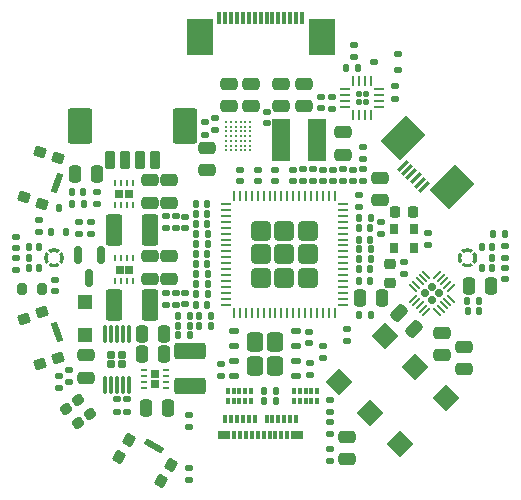
<source format=gbr>
%TF.GenerationSoftware,KiCad,Pcbnew,8.0.1*%
%TF.CreationDate,2024-05-06T13:43:09-07:00*%
%TF.ProjectId,girlvoice,6769726c-766f-4696-9365-2e6b69636164,rev?*%
%TF.SameCoordinates,Original*%
%TF.FileFunction,Paste,Top*%
%TF.FilePolarity,Positive*%
%FSLAX46Y46*%
G04 Gerber Fmt 4.6, Leading zero omitted, Abs format (unit mm)*
G04 Created by KiCad (PCBNEW 8.0.1) date 2024-05-06 13:43:09*
%MOMM*%
%LPD*%
G01*
G04 APERTURE LIST*
G04 Aperture macros list*
%AMRoundRect*
0 Rectangle with rounded corners*
0 $1 Rounding radius*
0 $2 $3 $4 $5 $6 $7 $8 $9 X,Y pos of 4 corners*
0 Add a 4 corners polygon primitive as box body*
4,1,4,$2,$3,$4,$5,$6,$7,$8,$9,$2,$3,0*
0 Add four circle primitives for the rounded corners*
1,1,$1+$1,$2,$3*
1,1,$1+$1,$4,$5*
1,1,$1+$1,$6,$7*
1,1,$1+$1,$8,$9*
0 Add four rect primitives between the rounded corners*
20,1,$1+$1,$2,$3,$4,$5,0*
20,1,$1+$1,$4,$5,$6,$7,0*
20,1,$1+$1,$6,$7,$8,$9,0*
20,1,$1+$1,$8,$9,$2,$3,0*%
%AMRotRect*
0 Rectangle, with rotation*
0 The origin of the aperture is its center*
0 $1 length*
0 $2 width*
0 $3 Rotation angle, in degrees counterclockwise*
0 Add horizontal line*
21,1,$1,$2,0,0,$3*%
G04 Aperture macros list end*
%ADD10C,0.000000*%
%ADD11RoundRect,0.250001X-0.462499X-1.074999X0.462499X-1.074999X0.462499X1.074999X-0.462499X1.074999X0*%
%ADD12RoundRect,0.135000X-0.185000X0.135000X-0.185000X-0.135000X0.185000X-0.135000X0.185000X0.135000X0*%
%ADD13RoundRect,0.250000X0.250000X0.475000X-0.250000X0.475000X-0.250000X-0.475000X0.250000X-0.475000X0*%
%ADD14RoundRect,0.200000X0.200000X0.600000X-0.200000X0.600000X-0.200000X-0.600000X0.200000X-0.600000X0*%
%ADD15RoundRect,0.250001X0.799999X1.249999X-0.799999X1.249999X-0.799999X-1.249999X0.799999X-1.249999X0*%
%ADD16RoundRect,0.135000X0.135000X0.185000X-0.135000X0.185000X-0.135000X-0.185000X0.135000X-0.185000X0*%
%ADD17RoundRect,0.250000X0.512652X0.159099X0.159099X0.512652X-0.512652X-0.159099X-0.159099X-0.512652X0*%
%ADD18RoundRect,0.250000X0.475000X-0.250000X0.475000X0.250000X-0.475000X0.250000X-0.475000X-0.250000X0*%
%ADD19RoundRect,0.140000X-0.170000X0.140000X-0.170000X-0.140000X0.170000X-0.140000X0.170000X0.140000X0*%
%ADD20RoundRect,0.135000X0.185000X-0.135000X0.185000X0.135000X-0.185000X0.135000X-0.185000X-0.135000X0*%
%ADD21RoundRect,0.140000X0.170000X-0.140000X0.170000X0.140000X-0.170000X0.140000X-0.170000X-0.140000X0*%
%ADD22RoundRect,0.218750X0.218750X0.256250X-0.218750X0.256250X-0.218750X-0.256250X0.218750X-0.256250X0*%
%ADD23RoundRect,0.135000X-0.450724X0.171166X-0.235251X-0.420841X0.450724X-0.171166X0.235251X0.420841X0*%
%ADD24RoundRect,0.082500X-0.443391X0.655375X0.081610X-0.787053X0.443391X-0.655375X-0.081610X0.787053X0*%
%ADD25RoundRect,0.200000X-0.200000X-0.275000X0.200000X-0.275000X0.200000X0.275000X-0.200000X0.275000X0*%
%ADD26RoundRect,0.075000X-0.075000X-0.200000X0.075000X-0.200000X0.075000X0.200000X-0.075000X0.200000X0*%
%ADD27R,1.200000X1.200000*%
%ADD28RoundRect,0.135000X-0.135000X-0.185000X0.135000X-0.185000X0.135000X0.185000X-0.135000X0.185000X0*%
%ADD29RoundRect,0.130500X-0.130500X0.169500X-0.130500X-0.169500X0.130500X-0.169500X0.130500X0.169500X0*%
%ADD30RoundRect,0.140000X0.140000X0.170000X-0.140000X0.170000X-0.140000X-0.170000X0.140000X-0.170000X0*%
%ADD31RoundRect,0.218750X0.336909X-0.002858X0.055689X0.332287X-0.336909X0.002858X-0.055689X-0.332287X0*%
%ADD32RoundRect,0.112500X-0.112500X-0.237500X0.112500X-0.237500X0.112500X0.237500X-0.112500X0.237500X0*%
%ADD33RoundRect,0.140000X-0.140000X-0.170000X0.140000X-0.170000X0.140000X0.170000X-0.140000X0.170000X0*%
%ADD34RoundRect,0.250000X-0.475000X0.250000X-0.475000X-0.250000X0.475000X-0.250000X0.475000X0.250000X0*%
%ADD35R,0.650000X0.750000*%
%ADD36RoundRect,0.062500X0.062500X-0.187500X0.062500X0.187500X-0.062500X0.187500X-0.062500X-0.187500X0*%
%ADD37C,0.275000*%
%ADD38O,0.165000X0.275000*%
%ADD39O,0.275000X0.165000*%
%ADD40RoundRect,0.250000X0.435000X0.555000X-0.435000X0.555000X-0.435000X-0.555000X0.435000X-0.555000X0*%
%ADD41RoundRect,0.125000X0.262500X0.125000X-0.262500X0.125000X-0.262500X-0.125000X0.262500X-0.125000X0*%
%ADD42RoundRect,0.157500X0.222500X-0.157500X0.222500X0.157500X-0.222500X0.157500X-0.222500X-0.157500X0*%
%ADD43RoundRect,0.075000X0.075000X-0.650000X0.075000X0.650000X-0.075000X0.650000X-0.075000X-0.650000X0*%
%ADD44RoundRect,0.130500X0.130500X-0.169500X0.130500X0.169500X-0.130500X0.169500X-0.130500X-0.169500X0*%
%ADD45RoundRect,0.250000X-0.250000X-0.475000X0.250000X-0.475000X0.250000X0.475000X-0.250000X0.475000X0*%
%ADD46RoundRect,0.135000X-0.235251X0.420841X-0.450724X-0.171166X0.235251X-0.420841X0.450724X0.171166X0*%
%ADD47RoundRect,0.082500X0.081610X0.787053X-0.443391X-0.655375X-0.081610X-0.787053X0.443391X0.655375X0*%
%ADD48RotRect,0.300000X1.100000X135.000000*%
%ADD49RotRect,2.300000X3.100000X135.000000*%
%ADD50RoundRect,0.135000X-0.455298X-0.158599X0.090298X-0.473599X0.455298X0.158599X-0.090298X0.473599X0*%
%ADD51RoundRect,0.082500X-0.760924X0.217040X0.568424X-0.550460X0.760924X-0.217040X-0.568424X0.550460X0*%
%ADD52R,0.300000X1.100000*%
%ADD53R,2.300000X3.100000*%
%ADD54R,0.650000X0.850000*%
%ADD55RotRect,1.600000X1.600000X225.000000*%
%ADD56RoundRect,0.112500X0.237500X-0.112500X0.237500X0.112500X-0.237500X0.112500X-0.237500X-0.112500X0*%
%ADD57R,1.500000X3.600000*%
%ADD58R,0.300000X0.700000*%
%ADD59R,1.000000X0.700000*%
%ADD60RoundRect,0.250001X0.554999X0.554999X-0.554999X0.554999X-0.554999X-0.554999X0.554999X-0.554999X0*%
%ADD61RoundRect,0.062500X0.375000X0.062500X-0.375000X0.062500X-0.375000X-0.062500X0.375000X-0.062500X0*%
%ADD62RoundRect,0.062500X0.062500X0.375000X-0.062500X0.375000X-0.062500X-0.375000X0.062500X-0.375000X0*%
%ADD63RoundRect,0.218750X-0.256250X0.218750X-0.256250X-0.218750X0.256250X-0.218750X0.256250X0.218750X0*%
%ADD64R,0.750000X0.650000*%
%ADD65RoundRect,0.062500X0.187500X0.062500X-0.187500X0.062500X-0.187500X-0.062500X0.187500X-0.062500X0*%
%ADD66RoundRect,0.167500X0.000000X-0.236881X0.236881X0.000000X0.000000X0.236881X-0.236881X0.000000X0*%
%ADD67RoundRect,0.050000X-0.229810X-0.300520X0.300520X0.229810X0.229810X0.300520X-0.300520X-0.229810X0*%
%ADD68RoundRect,0.050000X0.229810X-0.300520X0.300520X-0.229810X-0.229810X0.300520X-0.300520X0.229810X0*%
%ADD69RoundRect,0.150000X-0.150000X0.587500X-0.150000X-0.587500X0.150000X-0.587500X0.150000X0.587500X0*%
%ADD70RoundRect,0.250001X1.074999X-0.462499X1.074999X0.462499X-1.074999X0.462499X-1.074999X-0.462499X0*%
%ADD71RoundRect,0.125000X-0.125000X0.125000X-0.125000X-0.125000X0.125000X-0.125000X0.125000X0.125000X0*%
%ADD72RoundRect,0.062500X-0.062500X0.350000X-0.062500X-0.350000X0.062500X-0.350000X0.062500X0.350000X0*%
%ADD73RoundRect,0.062500X-0.350000X0.062500X-0.350000X-0.062500X0.350000X-0.062500X0.350000X0.062500X0*%
G04 APERTURE END LIST*
D10*
%TO.C,MK2*%
G36*
X117073900Y-99715300D02*
G01*
X117032200Y-99790700D01*
X117003700Y-99872000D01*
X116989300Y-99956900D01*
X116989300Y-100043100D01*
X117003700Y-100128000D01*
X117032200Y-100209300D01*
X117073900Y-100284700D01*
X116859100Y-100499400D01*
X116776700Y-100370000D01*
X116720000Y-100227400D01*
X116691100Y-100076700D01*
X116691100Y-99923300D01*
X116720000Y-99772600D01*
X116776700Y-99630000D01*
X116859100Y-99500600D01*
X117073900Y-99715300D01*
G37*
G36*
X117727400Y-99220000D02*
G01*
X117870000Y-99276700D01*
X117999400Y-99359100D01*
X117784700Y-99573900D01*
X117709300Y-99532200D01*
X117628000Y-99503700D01*
X117543100Y-99489300D01*
X117456900Y-99489300D01*
X117372000Y-99503700D01*
X117290700Y-99532200D01*
X117215300Y-99573900D01*
X117000600Y-99359100D01*
X117130000Y-99276700D01*
X117272600Y-99220000D01*
X117423300Y-99191100D01*
X117576700Y-99191100D01*
X117727400Y-99220000D01*
G37*
G36*
X117999400Y-100640900D02*
G01*
X117870000Y-100723300D01*
X117727400Y-100780000D01*
X117576700Y-100808900D01*
X117423300Y-100808900D01*
X117272600Y-100780000D01*
X117130000Y-100723300D01*
X117000600Y-100640900D01*
X117215300Y-100426100D01*
X117290700Y-100467800D01*
X117372000Y-100496300D01*
X117456900Y-100510700D01*
X117543100Y-100510700D01*
X117628000Y-100496300D01*
X117709300Y-100467800D01*
X117784700Y-100426100D01*
X117999400Y-100640900D01*
G37*
G36*
X118223300Y-99630000D02*
G01*
X118280000Y-99772600D01*
X118308900Y-99923300D01*
X118308900Y-100076700D01*
X118280000Y-100227400D01*
X118223300Y-100370000D01*
X118140900Y-100499400D01*
X117926100Y-100284700D01*
X117967800Y-100209300D01*
X117996300Y-100128000D01*
X118010700Y-100043100D01*
X118010700Y-99956900D01*
X117996300Y-99872000D01*
X117967800Y-99790700D01*
X117926100Y-99715300D01*
X118140900Y-99500600D01*
X118223300Y-99630000D01*
G37*
%TO.C,MK1*%
G36*
X82073900Y-99715300D02*
G01*
X82032200Y-99790700D01*
X82003700Y-99872000D01*
X81989300Y-99956900D01*
X81989300Y-100043100D01*
X82003700Y-100128000D01*
X82032200Y-100209300D01*
X82073900Y-100284700D01*
X81859100Y-100499400D01*
X81776700Y-100370000D01*
X81720000Y-100227400D01*
X81691100Y-100076700D01*
X81691100Y-99923300D01*
X81720000Y-99772600D01*
X81776700Y-99630000D01*
X81859100Y-99500600D01*
X82073900Y-99715300D01*
G37*
G36*
X82727400Y-99220000D02*
G01*
X82870000Y-99276700D01*
X82999400Y-99359100D01*
X82784700Y-99573900D01*
X82709300Y-99532200D01*
X82628000Y-99503700D01*
X82543100Y-99489300D01*
X82456900Y-99489300D01*
X82372000Y-99503700D01*
X82290700Y-99532200D01*
X82215300Y-99573900D01*
X82000600Y-99359100D01*
X82130000Y-99276700D01*
X82272600Y-99220000D01*
X82423300Y-99191100D01*
X82576700Y-99191100D01*
X82727400Y-99220000D01*
G37*
G36*
X82999400Y-100640900D02*
G01*
X82870000Y-100723300D01*
X82727400Y-100780000D01*
X82576700Y-100808900D01*
X82423300Y-100808900D01*
X82272600Y-100780000D01*
X82130000Y-100723300D01*
X82000600Y-100640900D01*
X82215300Y-100426100D01*
X82290700Y-100467800D01*
X82372000Y-100496300D01*
X82456900Y-100510700D01*
X82543100Y-100510700D01*
X82628000Y-100496300D01*
X82709300Y-100467800D01*
X82784700Y-100426100D01*
X82999400Y-100640900D01*
G37*
G36*
X83223300Y-99630000D02*
G01*
X83280000Y-99772600D01*
X83308900Y-99923300D01*
X83308900Y-100076700D01*
X83280000Y-100227400D01*
X83223300Y-100370000D01*
X83140900Y-100499400D01*
X82926100Y-100284700D01*
X82967800Y-100209300D01*
X82996300Y-100128000D01*
X83010700Y-100043100D01*
X83010700Y-99956900D01*
X82996300Y-99872000D01*
X82967800Y-99790700D01*
X82926100Y-99715300D01*
X83140900Y-99500600D01*
X83223300Y-99630000D01*
G37*
%TD*%
D11*
%TO.C,L2*%
X87612500Y-97600000D03*
X90587500Y-97600000D03*
%TD*%
D12*
%TO.C,R7*%
X108650000Y-90640000D03*
X108650000Y-91660000D03*
%TD*%
D13*
%TO.C,C8*%
X86150000Y-92900000D03*
X84250000Y-92900000D03*
%TD*%
D14*
%TO.C,J2*%
X91025000Y-91750000D03*
X89775000Y-91750000D03*
X88525000Y-91750000D03*
X87275000Y-91750000D03*
D15*
X93575000Y-88850000D03*
X84725000Y-88850000D03*
%TD*%
D16*
%TO.C,R50*%
X95810000Y-104950000D03*
X94790000Y-104950000D03*
%TD*%
D17*
%TO.C,C49*%
X113021751Y-106021751D03*
X111678249Y-104678249D03*
%TD*%
D18*
%TO.C,C50*%
X117200000Y-109450000D03*
X117200000Y-107550000D03*
%TD*%
D19*
%TO.C,C23*%
X93600000Y-102970000D03*
X93600000Y-103930000D03*
%TD*%
D18*
%TO.C,C39*%
X85200000Y-110150000D03*
X85200000Y-108250000D03*
%TD*%
D20*
%TO.C,R26*%
X106000000Y-87360000D03*
X106000000Y-86340000D03*
%TD*%
D21*
%TO.C,C28*%
X99750000Y-93480000D03*
X99750000Y-92520000D03*
%TD*%
D13*
%TO.C,C42*%
X91850000Y-108100000D03*
X89950000Y-108100000D03*
%TD*%
D19*
%TO.C,C32*%
X114150000Y-97920000D03*
X114150000Y-98880000D03*
%TD*%
D22*
%TO.C,D5*%
X112937500Y-96100000D03*
X111362500Y-96100000D03*
%TD*%
D23*
%TO.C,SW3*%
X81450614Y-104600014D03*
X82852895Y-108452754D03*
X79947105Y-105147246D03*
X81349386Y-108999986D03*
D24*
X82739062Y-106312622D03*
%TD*%
D21*
%TO.C,C41*%
X105100000Y-87330000D03*
X105100000Y-86370000D03*
%TD*%
D11*
%TO.C,L1*%
X87612500Y-103950000D03*
X90587500Y-103950000D03*
%TD*%
D25*
%TO.C,R35*%
X79825000Y-102650000D03*
X81475000Y-102650000D03*
%TD*%
D12*
%TO.C,R4*%
X105250000Y-107490000D03*
X105250000Y-108510000D03*
%TD*%
D20*
%TO.C,R27*%
X88700000Y-113010000D03*
X88700000Y-111990000D03*
%TD*%
%TO.C,R28*%
X107900000Y-83010000D03*
X107900000Y-81990000D03*
%TD*%
D26*
%TO.C,U10*%
X97200000Y-112085000D03*
X97700000Y-112085000D03*
X98200000Y-112085000D03*
X98700000Y-112085000D03*
X99200000Y-112085000D03*
X99200000Y-111315000D03*
X98700000Y-111315000D03*
X98200000Y-111315000D03*
X97700000Y-111315000D03*
X97200000Y-111315000D03*
%TD*%
D27*
%TO.C,D4*%
X85150000Y-103725000D03*
X85150000Y-106525000D03*
%TD*%
D28*
%TO.C,R2*%
X94490000Y-98000000D03*
X95510000Y-98000000D03*
%TD*%
D20*
%TO.C,R10*%
X85600000Y-98010000D03*
X85600000Y-96990000D03*
%TD*%
D12*
%TO.C,R34*%
X96150000Y-88190000D03*
X96150000Y-89210000D03*
%TD*%
D21*
%TO.C,C9*%
X98250000Y-93480000D03*
X98250000Y-92520000D03*
%TD*%
%TO.C,C54*%
X79300000Y-99180000D03*
X79300000Y-98220000D03*
%TD*%
D19*
%TO.C,C31*%
X82550000Y-101870000D03*
X82550000Y-102830000D03*
%TD*%
D29*
%TO.C,MK2*%
X119574000Y-99100000D03*
X118752000Y-99100000D03*
X118752000Y-100900000D03*
X119574000Y-100900000D03*
X119574000Y-100000000D03*
%TD*%
D20*
%TO.C,R41*%
X104400000Y-93510000D03*
X104400000Y-92490000D03*
%TD*%
D30*
%TO.C,C11*%
X95480000Y-97150000D03*
X94520000Y-97150000D03*
%TD*%
D21*
%TO.C,C27*%
X101250000Y-93480000D03*
X101250000Y-92520000D03*
%TD*%
D30*
%TO.C,C10*%
X95480000Y-95450000D03*
X94520000Y-95450000D03*
%TD*%
D19*
%TO.C,C55*%
X120700000Y-100870000D03*
X120700000Y-101830000D03*
%TD*%
D18*
%TO.C,C35*%
X90600000Y-95350000D03*
X90600000Y-93450000D03*
%TD*%
D12*
%TO.C,R15*%
X92800000Y-102940000D03*
X92800000Y-103960000D03*
%TD*%
D20*
%TO.C,R39*%
X105850000Y-113060000D03*
X105850000Y-112040000D03*
%TD*%
D30*
%TO.C,C20*%
X95480000Y-96300000D03*
X94520000Y-96300000D03*
%TD*%
D31*
%TO.C,D2*%
X85506195Y-113203260D03*
X84493805Y-111996740D03*
%TD*%
D12*
%TO.C,R19*%
X92000000Y-96490000D03*
X92000000Y-97510000D03*
%TD*%
%TO.C,R13*%
X81200000Y-96790000D03*
X81200000Y-97810000D03*
%TD*%
D18*
%TO.C,C26*%
X90600000Y-101750000D03*
X90600000Y-99850000D03*
%TD*%
D32*
%TO.C,D1*%
X82250000Y-97800000D03*
X83550000Y-97800000D03*
X82900000Y-95800000D03*
%TD*%
D21*
%TO.C,C24*%
X112100000Y-101330000D03*
X112100000Y-100370000D03*
%TD*%
D33*
%TO.C,C30*%
X108320000Y-100950000D03*
X109280000Y-100950000D03*
%TD*%
D12*
%TO.C,R32*%
X82950000Y-109990000D03*
X82950000Y-111010000D03*
%TD*%
D34*
%TO.C,C15*%
X95450000Y-90700000D03*
X95450000Y-92600000D03*
%TD*%
D26*
%TO.C,U11*%
X102800000Y-112085000D03*
X103300000Y-112085000D03*
X103800000Y-112085000D03*
X104300000Y-112085000D03*
X104800000Y-112085000D03*
X104800000Y-111315000D03*
X104300000Y-111315000D03*
X103800000Y-111315000D03*
X103300000Y-111315000D03*
X102800000Y-111315000D03*
%TD*%
D16*
%TO.C,R49*%
X95810000Y-105800000D03*
X94790000Y-105800000D03*
%TD*%
D28*
%TO.C,R22*%
X92990000Y-105750000D03*
X94010000Y-105750000D03*
%TD*%
D30*
%TO.C,C17*%
X84980000Y-94400000D03*
X84020000Y-94400000D03*
%TD*%
D35*
%TO.C,U3*%
X88050000Y-101000000D03*
X88850000Y-101000000D03*
D36*
X87700000Y-101950000D03*
X88200000Y-101950000D03*
X88700000Y-101950000D03*
X89200000Y-101950000D03*
X89200000Y-100050000D03*
X88700000Y-100050000D03*
X88200000Y-100050000D03*
X87700000Y-100050000D03*
%TD*%
D12*
%TO.C,R45*%
X93900000Y-113290000D03*
X93900000Y-114310000D03*
%TD*%
D37*
%TO.C,U7*%
X99100000Y-90900000D03*
X98700000Y-90900000D03*
X98300000Y-90900000D03*
D38*
X97900000Y-90900000D03*
X97500000Y-90900000D03*
D37*
X97100000Y-90900000D03*
D39*
X99100000Y-90500000D03*
D37*
X98700000Y-90500000D03*
X98300000Y-90500000D03*
X97900000Y-90500000D03*
X97500000Y-90500000D03*
D39*
X97100000Y-90500000D03*
X99100000Y-90100000D03*
X98700000Y-90100000D03*
D37*
X98300000Y-90100000D03*
X97900000Y-90100000D03*
X97500000Y-90100000D03*
D39*
X97100000Y-90100000D03*
X99100000Y-89700000D03*
X98700000Y-89700000D03*
D37*
X98300000Y-89700000D03*
X97900000Y-89700000D03*
X97500000Y-89700000D03*
X97100000Y-89700000D03*
X99100000Y-89300000D03*
X98700000Y-89300000D03*
X98300000Y-89300000D03*
X97900000Y-89300000D03*
X97500000Y-89300000D03*
X97100000Y-89300000D03*
X99100000Y-88900000D03*
X98700000Y-88900000D03*
X98300000Y-88900000D03*
X97900000Y-88900000D03*
X97500000Y-88900000D03*
X97100000Y-88900000D03*
X99100000Y-88500000D03*
X98700000Y-88500000D03*
D38*
X98300000Y-88500000D03*
X97900000Y-88500000D03*
D37*
X97500000Y-88500000D03*
X97100000Y-88500000D03*
%TD*%
D40*
%TO.C,U2*%
X101212500Y-109125000D03*
X101212500Y-107125000D03*
X99512500Y-109125000D03*
X99512500Y-107125000D03*
D41*
X103025000Y-110030000D03*
X103025000Y-108760000D03*
X103025000Y-107490000D03*
X103025000Y-106220000D03*
X97700000Y-106220000D03*
X97700000Y-107490000D03*
X97700000Y-108760000D03*
X97700000Y-110030000D03*
%TD*%
D18*
%TO.C,C38*%
X92250000Y-95350000D03*
X92250000Y-93450000D03*
%TD*%
D42*
%TO.C,U8*%
X87360000Y-109000000D03*
X88300000Y-109000000D03*
X87360000Y-108220000D03*
X88300000Y-108220000D03*
D43*
X86830000Y-110760000D03*
X87330000Y-110760000D03*
X87830000Y-110760000D03*
X88330000Y-110760000D03*
X88830000Y-110760000D03*
X88830000Y-106460000D03*
X88330000Y-106460000D03*
X87830000Y-106460000D03*
X87330000Y-106460000D03*
X86830000Y-106460000D03*
%TD*%
D20*
%TO.C,R20*%
X108650000Y-93510000D03*
X108650000Y-92490000D03*
%TD*%
%TO.C,R52*%
X110200000Y-98010000D03*
X110200000Y-96990000D03*
%TD*%
%TO.C,R43*%
X79300000Y-101010000D03*
X79300000Y-99990000D03*
%TD*%
D31*
%TO.C,D3*%
X84506196Y-114003259D03*
X83493804Y-112796741D03*
%TD*%
D16*
%TO.C,R30*%
X108260000Y-83900000D03*
X107240000Y-83900000D03*
%TD*%
D20*
%TO.C,R14*%
X86100000Y-95410000D03*
X86100000Y-94390000D03*
%TD*%
D13*
%TO.C,C43*%
X91850000Y-106450000D03*
X89950000Y-106450000D03*
%TD*%
D12*
%TO.C,R11*%
X84600000Y-96990000D03*
X84600000Y-98010000D03*
%TD*%
D28*
%TO.C,R3*%
X94490000Y-98850000D03*
X95510000Y-98850000D03*
%TD*%
D44*
%TO.C,MK1*%
X80426000Y-100900000D03*
X81248000Y-100900000D03*
X81248000Y-99100000D03*
X80426000Y-99100000D03*
X80426000Y-100000000D03*
%TD*%
D30*
%TO.C,C19*%
X95480000Y-103950000D03*
X94520000Y-103950000D03*
%TD*%
D45*
%TO.C,C6*%
X117600000Y-102350000D03*
X119500000Y-102350000D03*
%TD*%
D30*
%TO.C,C18*%
X95480000Y-100550000D03*
X94520000Y-100550000D03*
%TD*%
D21*
%TO.C,C25*%
X102750000Y-93480000D03*
X102750000Y-92520000D03*
%TD*%
D20*
%TO.C,R6*%
X107300000Y-107010000D03*
X107300000Y-105990000D03*
%TD*%
D28*
%TO.C,R23*%
X92990000Y-106550000D03*
X94010000Y-106550000D03*
%TD*%
%TO.C,R47*%
X100290000Y-112100000D03*
X101310000Y-112100000D03*
%TD*%
D18*
%TO.C,C13*%
X99200000Y-87150000D03*
X99200000Y-85250000D03*
%TD*%
D46*
%TO.C,SW1*%
X82852895Y-91547246D03*
X81450612Y-95399986D03*
X81349388Y-91000014D03*
X79947105Y-94852754D03*
D47*
X82739062Y-93687379D03*
%TD*%
D19*
%TO.C,C1*%
X104050000Y-106270000D03*
X104050000Y-107230000D03*
%TD*%
D33*
%TO.C,C4*%
X108320000Y-97450000D03*
X109280000Y-97450000D03*
%TD*%
D48*
%TO.C,J3*%
X113829289Y-93988478D03*
X113475736Y-93634924D03*
X113122183Y-93281371D03*
X112768629Y-92927817D03*
X112415076Y-92574264D03*
X112061522Y-92220711D03*
D49*
X116212239Y-93967264D03*
X112082736Y-89837761D03*
%TD*%
D12*
%TO.C,R44*%
X120700000Y-98990000D03*
X120700000Y-100010000D03*
%TD*%
D20*
%TO.C,R5*%
X105850000Y-114910000D03*
X105850000Y-113890000D03*
%TD*%
D21*
%TO.C,C16*%
X96600000Y-109980000D03*
X96600000Y-109020000D03*
%TD*%
D34*
%TO.C,C22*%
X107000000Y-89350000D03*
X107000000Y-91250000D03*
%TD*%
D18*
%TO.C,C14*%
X97300000Y-87150000D03*
X97300000Y-85250000D03*
%TD*%
D20*
%TO.C,R37*%
X93900000Y-118810000D03*
X93900000Y-117790000D03*
%TD*%
D19*
%TO.C,C34*%
X93600000Y-96520000D03*
X93600000Y-97480000D03*
%TD*%
D50*
%TO.C,SW2*%
X88837147Y-115448094D03*
X92387851Y-117498094D03*
X88037147Y-116833734D03*
X91587851Y-118883734D03*
D51*
X90924998Y-115931828D03*
%TD*%
D30*
%TO.C,C51*%
X109305000Y-104850000D03*
X108345000Y-104850000D03*
%TD*%
D33*
%TO.C,C5*%
X108320000Y-98450000D03*
X109280000Y-98450000D03*
%TD*%
D28*
%TO.C,R40*%
X119640000Y-97950000D03*
X120660000Y-97950000D03*
%TD*%
D33*
%TO.C,C47*%
X117520000Y-104500000D03*
X118480000Y-104500000D03*
%TD*%
D34*
%TO.C,C33*%
X107300000Y-115150000D03*
X107300000Y-117050000D03*
%TD*%
D21*
%TO.C,C7*%
X105250000Y-93480000D03*
X105250000Y-92520000D03*
%TD*%
D18*
%TO.C,C46*%
X103660000Y-87150000D03*
X103660000Y-85250000D03*
%TD*%
D52*
%TO.C,J1*%
X96500000Y-79675000D03*
X97000000Y-79675000D03*
X97500000Y-79675000D03*
X98000000Y-79675000D03*
X98500000Y-79675000D03*
X99000000Y-79675000D03*
X99500000Y-79675000D03*
X100000000Y-79675000D03*
X100500000Y-79675000D03*
X101000000Y-79675000D03*
X101500000Y-79675000D03*
X102000000Y-79675000D03*
X102500000Y-79675000D03*
X103000000Y-79675000D03*
X103500000Y-79675000D03*
D53*
X94830000Y-81325000D03*
X105170000Y-81325000D03*
%TD*%
D30*
%TO.C,C21*%
X95480000Y-99700000D03*
X94520000Y-99700000D03*
%TD*%
D54*
%TO.C,U5*%
X112975000Y-97575000D03*
X111325000Y-97575000D03*
X111325000Y-99125000D03*
X112975000Y-99125000D03*
%TD*%
D13*
%TO.C,C52*%
X110300000Y-103375000D03*
X108400000Y-103375000D03*
%TD*%
D20*
%TO.C,R42*%
X103600000Y-93510000D03*
X103600000Y-92490000D03*
%TD*%
D12*
%TO.C,R18*%
X92800000Y-96490000D03*
X92800000Y-97510000D03*
%TD*%
D18*
%TO.C,C45*%
X101750000Y-87150000D03*
X101750000Y-85250000D03*
%TD*%
D55*
%TO.C,J8*%
X109215456Y-113104544D03*
X106599161Y-110488249D03*
X115720839Y-111831751D03*
X111831751Y-115720839D03*
X113104544Y-109215456D03*
X110488249Y-106599161D03*
%TD*%
D56*
%TO.C,Q1*%
X111625000Y-84072500D03*
X111625000Y-82772500D03*
X109625000Y-83422500D03*
%TD*%
D28*
%TO.C,R8*%
X108290000Y-96650000D03*
X109310000Y-96650000D03*
%TD*%
D34*
%TO.C,C53*%
X115350000Y-106350000D03*
X115350000Y-108250000D03*
%TD*%
D12*
%TO.C,R33*%
X95250000Y-88540000D03*
X95250000Y-89560000D03*
%TD*%
D57*
%TO.C,L4*%
X101725000Y-90050000D03*
X104775000Y-90050000D03*
%TD*%
D58*
%TO.C,J7*%
X97000000Y-113685000D03*
X97500000Y-113685000D03*
X98000000Y-113685000D03*
X98500000Y-113685000D03*
X99000000Y-113685000D03*
X99500000Y-113685000D03*
X100500000Y-113685000D03*
X101000000Y-113685000D03*
X101500000Y-113685000D03*
X102000000Y-113685000D03*
X102500000Y-113685000D03*
X103000000Y-113685000D03*
D59*
X103100000Y-114985000D03*
D58*
X102250000Y-114985000D03*
X101750000Y-114985000D03*
X101250000Y-114985000D03*
X100750000Y-114985000D03*
X100250000Y-114985000D03*
X99750000Y-114985000D03*
X99250000Y-114985000D03*
X98750000Y-114985000D03*
X98250000Y-114985000D03*
X97750000Y-114985000D03*
D59*
X96900000Y-114985000D03*
%TD*%
D21*
%TO.C,C36*%
X107800000Y-93480000D03*
X107800000Y-92520000D03*
%TD*%
D20*
%TO.C,R21*%
X106950000Y-93510000D03*
X106950000Y-92490000D03*
%TD*%
%TO.C,R46*%
X105850000Y-117210000D03*
X105850000Y-116190000D03*
%TD*%
D16*
%TO.C,R12*%
X85010000Y-95400000D03*
X83990000Y-95400000D03*
%TD*%
D12*
%TO.C,R16*%
X92000000Y-102940000D03*
X92000000Y-103960000D03*
%TD*%
D60*
%TO.C,U1*%
X104000000Y-101700000D03*
X104000000Y-99700000D03*
X104000000Y-97700000D03*
X102000000Y-101700000D03*
X102000000Y-99700000D03*
X102000000Y-97700000D03*
X100000000Y-101700000D03*
X100000000Y-99700000D03*
X100000000Y-97700000D03*
D61*
X106937500Y-103950000D03*
X106937500Y-103450000D03*
X106937500Y-102950000D03*
X106937500Y-102450000D03*
X106937500Y-101950000D03*
X106937500Y-101450000D03*
X106937500Y-100950000D03*
X106937500Y-100450000D03*
X106937500Y-99950000D03*
X106937500Y-99450000D03*
X106937500Y-98950000D03*
X106937500Y-98450000D03*
X106937500Y-97950000D03*
X106937500Y-97450000D03*
X106937500Y-96950000D03*
X106937500Y-96450000D03*
X106937500Y-95950000D03*
X106937500Y-95450000D03*
D62*
X106250000Y-94762500D03*
X105750000Y-94762500D03*
X105250000Y-94762500D03*
X104750000Y-94762500D03*
X104250000Y-94762500D03*
X103750000Y-94762500D03*
X103250000Y-94762500D03*
X102750000Y-94762500D03*
X102250000Y-94762500D03*
X101750000Y-94762500D03*
X101250000Y-94762500D03*
X100750000Y-94762500D03*
X100250000Y-94762500D03*
X99750000Y-94762500D03*
X99250000Y-94762500D03*
X98750000Y-94762500D03*
X98250000Y-94762500D03*
X97750000Y-94762500D03*
D61*
X97062500Y-95450000D03*
X97062500Y-95950000D03*
X97062500Y-96450000D03*
X97062500Y-96950000D03*
X97062500Y-97450000D03*
X97062500Y-97950000D03*
X97062500Y-98450000D03*
X97062500Y-98950000D03*
X97062500Y-99450000D03*
X97062500Y-99950000D03*
X97062500Y-100450000D03*
X97062500Y-100950000D03*
X97062500Y-101450000D03*
X97062500Y-101950000D03*
X97062500Y-102450000D03*
X97062500Y-102950000D03*
X97062500Y-103450000D03*
X97062500Y-103950000D03*
D62*
X97750000Y-104637500D03*
X98250000Y-104637500D03*
X98750000Y-104637500D03*
X99250000Y-104637500D03*
X99750000Y-104637500D03*
X100250000Y-104637500D03*
X100750000Y-104637500D03*
X101250000Y-104637500D03*
X101750000Y-104637500D03*
X102250000Y-104637500D03*
X102750000Y-104637500D03*
X103250000Y-104637500D03*
X103750000Y-104637500D03*
X104250000Y-104637500D03*
X104750000Y-104637500D03*
X105250000Y-104637500D03*
X105750000Y-104637500D03*
X106250000Y-104637500D03*
%TD*%
D63*
%TO.C,FB1*%
X110950000Y-100512500D03*
X110950000Y-102087500D03*
%TD*%
D12*
%TO.C,R25*%
X111400000Y-85490000D03*
X111400000Y-86510000D03*
%TD*%
D16*
%TO.C,R51*%
X95510000Y-103100000D03*
X94490000Y-103100000D03*
%TD*%
D35*
%TO.C,U4*%
X88035000Y-94600000D03*
X88835000Y-94600000D03*
D36*
X87685000Y-95550000D03*
X88185000Y-95550000D03*
X88685000Y-95550000D03*
X89185000Y-95550000D03*
X89185000Y-93650000D03*
X88685000Y-93650000D03*
X88185000Y-93650000D03*
X87685000Y-93650000D03*
%TD*%
D28*
%TO.C,R38*%
X117465000Y-103625000D03*
X118485000Y-103625000D03*
%TD*%
%TO.C,R48*%
X100290000Y-111300000D03*
X101310000Y-111300000D03*
%TD*%
D64*
%TO.C,U6*%
X91050000Y-110650000D03*
X91050000Y-109850000D03*
D65*
X92000000Y-111000000D03*
X92000000Y-110500000D03*
X92000000Y-110000000D03*
X92000000Y-109500000D03*
X90100000Y-109500000D03*
X90100000Y-110000000D03*
X90100000Y-110500000D03*
X90100000Y-111000000D03*
%TD*%
D28*
%TO.C,R17*%
X108290000Y-99250000D03*
X109310000Y-99250000D03*
%TD*%
D12*
%TO.C,R31*%
X83800000Y-109490000D03*
X83800000Y-110510000D03*
%TD*%
D45*
%TO.C,C12*%
X90250000Y-112700000D03*
X92150000Y-112700000D03*
%TD*%
D28*
%TO.C,R1*%
X94490000Y-101400000D03*
X95510000Y-101400000D03*
%TD*%
D66*
%TO.C,U12*%
X113910553Y-103009010D03*
X114490381Y-103588838D03*
X114490381Y-102429182D03*
X115070209Y-103009010D03*
D67*
X112899391Y-103468629D03*
X113182233Y-103751472D03*
X113465076Y-104034315D03*
X113747919Y-104317158D03*
X114030762Y-104600000D03*
D68*
X114950000Y-104600000D03*
X115232843Y-104317158D03*
X115515686Y-104034315D03*
X115798529Y-103751472D03*
X116081371Y-103468629D03*
D67*
X116081371Y-102549391D03*
X115798529Y-102266548D03*
X115515686Y-101983705D03*
X115232843Y-101700862D03*
X114950000Y-101418020D03*
D68*
X114030762Y-101418020D03*
X113747919Y-101700862D03*
X113465076Y-101983705D03*
X113182233Y-102266548D03*
X112899391Y-102549391D03*
%TD*%
D69*
%TO.C,Q2*%
X86445000Y-99792500D03*
X84545000Y-99792500D03*
X85495000Y-101667500D03*
%TD*%
D28*
%TO.C,R36*%
X108290000Y-100100000D03*
X109310000Y-100100000D03*
%TD*%
D33*
%TO.C,C40*%
X93020000Y-104950000D03*
X93980000Y-104950000D03*
%TD*%
%TO.C,C2*%
X108320000Y-101950000D03*
X109280000Y-101950000D03*
%TD*%
D20*
%TO.C,R24*%
X87800000Y-113010000D03*
X87800000Y-111990000D03*
%TD*%
D21*
%TO.C,C44*%
X100500000Y-88580000D03*
X100500000Y-87620000D03*
%TD*%
D70*
%TO.C,L3*%
X94000000Y-110887500D03*
X94000000Y-107912500D03*
%TD*%
D18*
%TO.C,C29*%
X92250000Y-101750000D03*
X92250000Y-99850000D03*
%TD*%
D34*
%TO.C,C3*%
X110125000Y-93200000D03*
X110125000Y-95100000D03*
%TD*%
D71*
%TO.C,U9*%
X108910000Y-86152500D03*
X108290000Y-86152500D03*
X108910000Y-86772500D03*
X108290000Y-86772500D03*
D72*
X109350000Y-85025000D03*
X108850000Y-85025000D03*
X108350000Y-85025000D03*
X107850000Y-85025000D03*
D73*
X107162500Y-85712500D03*
X107162500Y-86212500D03*
X107162500Y-86712500D03*
X107162500Y-87212500D03*
D72*
X107850000Y-87900000D03*
X108350000Y-87900000D03*
X108850000Y-87900000D03*
X109350000Y-87900000D03*
D73*
X110037500Y-87212500D03*
X110037500Y-86712500D03*
X110037500Y-86212500D03*
X110037500Y-85712500D03*
%TD*%
D28*
%TO.C,R53*%
X94490000Y-102250000D03*
X95510000Y-102250000D03*
%TD*%
D20*
%TO.C,R29*%
X108350000Y-95710000D03*
X108350000Y-94690000D03*
%TD*%
%TO.C,R9*%
X104200000Y-109960000D03*
X104200000Y-108940000D03*
%TD*%
D21*
%TO.C,C37*%
X106100000Y-93480000D03*
X106100000Y-92520000D03*
%TD*%
M02*

</source>
